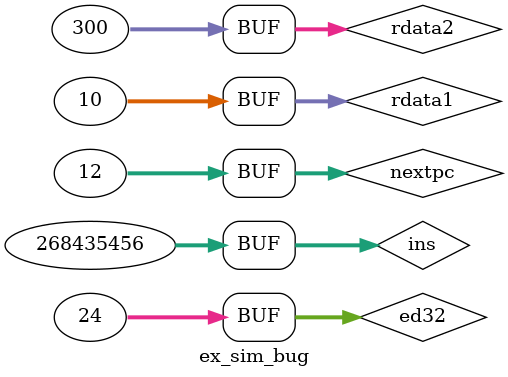
<source format=v>
`timescale 1 ps/ 1 ps


module ex_sim_bug();
parameter PERIOD=10000;  // (clock period)/2

// constants
// general purpose registers
   reg clk, rst;
   reg [31:0] rdata1, rdata2, ed32;
   reg [31:0] nextpc, ins;

// wires
   wire [31:0] newpc;
   wire [31:0] result;

// assign statements (if any)
EX ex2 (
// port map - connection between master ports and signals/registers
        .CLK(clk),
        .RST(rst),
        .nextPC(nextpc),
        .newPC(newpc),
        .Ins(ins),
        .Rdata1(rdata1),
        .Rdata2(rdata2),
        .Ed32(ed32),
        .Result(result)
);

initial
  begin
     // BEQ
     ins=#(PERIOD) {6'h04, 20'd0, 6'd0};
     rdata1=32'd10; rdata2=32'd10; nextpc=32'd12; ed32=32'd24;
     ins=#(PERIOD) {6'h04, 20'd0, 6'd0};
     rdata1=32'd10; rdata2=32'd300; nextpc=32'd12; ed32=32'd24;

end
endmodule

</source>
